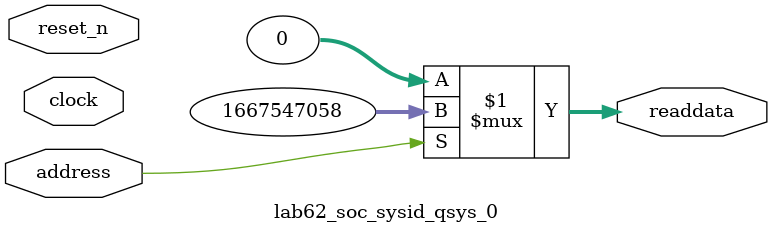
<source format=v>



// synthesis translate_off
`timescale 1ns / 1ps
// synthesis translate_on

// turn off superfluous verilog processor warnings 
// altera message_level Level1 
// altera message_off 10034 10035 10036 10037 10230 10240 10030 

module lab62_soc_sysid_qsys_0 (
               // inputs:
                address,
                clock,
                reset_n,

               // outputs:
                readdata
             )
;

  output  [ 31: 0] readdata;
  input            address;
  input            clock;
  input            reset_n;

  wire    [ 31: 0] readdata;
  //control_slave, which is an e_avalon_slave
  assign readdata = address ? 1667547058 : 0;

endmodule



</source>
